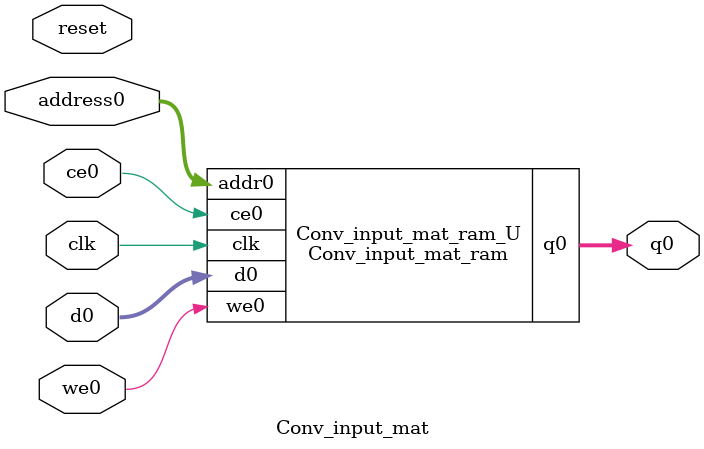
<source format=v>
`timescale 1 ns / 1 ps
module Conv_input_mat_ram (addr0, ce0, d0, we0, q0,  clk);

parameter DWIDTH = 64;
parameter AWIDTH = 4;
parameter MEM_SIZE = 9;

input[AWIDTH-1:0] addr0;
input ce0;
input[DWIDTH-1:0] d0;
input we0;
output reg[DWIDTH-1:0] q0;
input clk;

(* ram_style = "distributed" *)reg [DWIDTH-1:0] ram[0:MEM_SIZE-1];




always @(posedge clk)  
begin 
    if (ce0) 
    begin
        if (we0) 
        begin 
            ram[addr0] <= d0; 
        end 
        q0 <= ram[addr0];
    end
end


endmodule

`timescale 1 ns / 1 ps
module Conv_input_mat(
    reset,
    clk,
    address0,
    ce0,
    we0,
    d0,
    q0);

parameter DataWidth = 32'd64;
parameter AddressRange = 32'd9;
parameter AddressWidth = 32'd4;
input reset;
input clk;
input[AddressWidth - 1:0] address0;
input ce0;
input we0;
input[DataWidth - 1:0] d0;
output[DataWidth - 1:0] q0;



Conv_input_mat_ram Conv_input_mat_ram_U(
    .clk( clk ),
    .addr0( address0 ),
    .ce0( ce0 ),
    .we0( we0 ),
    .d0( d0 ),
    .q0( q0 ));

endmodule


</source>
